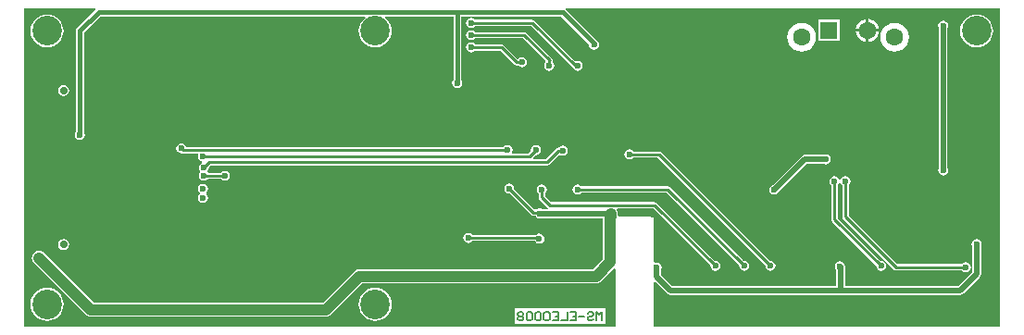
<source format=gbl>
G04*
G04 #@! TF.GenerationSoftware,Altium Limited,Altium Designer,19.0.10 (269)*
G04*
G04 Layer_Physical_Order=2*
G04 Layer_Color=16711680*
%FSLAX25Y25*%
%MOIN*%
G70*
G01*
G75*
%ADD12C,0.01968*%
%ADD16C,0.01000*%
%ADD17C,0.00591*%
%ADD57C,0.03937*%
%ADD58C,0.01575*%
%ADD60C,0.06299*%
%ADD61R,0.06299X0.06299*%
%ADD62C,0.02756*%
%ADD63C,0.10630*%
%ADD64C,0.02362*%
G36*
X352699Y1631D02*
X228346D01*
Y17732D01*
X228808Y17923D01*
X233110Y13622D01*
X233634Y13271D01*
X234252Y13149D01*
X338583D01*
X339201Y13271D01*
X339725Y13622D01*
X345630Y19527D01*
X345981Y20051D01*
X346104Y20669D01*
Y30708D01*
X346166Y30801D01*
X346304Y31496D01*
X346166Y32191D01*
X345772Y32780D01*
X345183Y33174D01*
X344488Y33312D01*
X343793Y33174D01*
X343204Y32780D01*
X342810Y32191D01*
X342672Y31496D01*
X342810Y30801D01*
X342873Y30708D01*
Y21338D01*
X337914Y16379D01*
X297151D01*
Y23279D01*
X297029Y23897D01*
X297017Y23914D01*
X296953Y24235D01*
X296560Y24824D01*
X295971Y25217D01*
X295276Y25356D01*
X294581Y25217D01*
X293991Y24824D01*
X293598Y24235D01*
X293460Y23540D01*
X293598Y22845D01*
X293921Y22361D01*
Y16379D01*
X234921D01*
X230946Y20354D01*
Y22200D01*
X231009Y22294D01*
X231147Y22988D01*
X231009Y23683D01*
X230615Y24273D01*
X230026Y24666D01*
X229331Y24804D01*
X228847Y24708D01*
X228346Y25028D01*
Y40966D01*
X227471Y40958D01*
X227002Y41271D01*
X226378Y41395D01*
X216142Y41395D01*
X215831Y41333D01*
X215784Y41341D01*
X215338Y41706D01*
Y42435D01*
X215250Y43105D01*
X214991Y43730D01*
X214874Y43882D01*
X215121Y44382D01*
X228020D01*
X248588Y23814D01*
X248550Y23622D01*
X248688Y22927D01*
X249082Y22338D01*
X249671Y21944D01*
X250366Y21806D01*
X251061Y21944D01*
X251650Y22338D01*
X252044Y22927D01*
X252182Y23622D01*
X252044Y24317D01*
X251650Y24906D01*
X251061Y25300D01*
X250366Y25438D01*
X250174Y25400D01*
X229278Y46296D01*
X228914Y46539D01*
X228485Y46625D01*
X228485Y46625D01*
X191182D01*
X189081Y48725D01*
Y49821D01*
X189244Y49929D01*
X189637Y50519D01*
X189776Y51214D01*
X189637Y51908D01*
X189244Y52498D01*
X188655Y52891D01*
X187960Y53029D01*
X187265Y52891D01*
X186676Y52498D01*
X186282Y51908D01*
X186144Y51214D01*
X186282Y50519D01*
X186676Y49929D01*
X186838Y49821D01*
Y48261D01*
X186838Y48261D01*
X186924Y47831D01*
X187167Y47468D01*
X189924Y44710D01*
X189924Y44710D01*
X190164Y44550D01*
X190017Y44050D01*
X188280D01*
X187963Y44261D01*
X187268Y44399D01*
X186574Y44261D01*
X186131Y43966D01*
X185277D01*
X177959Y51284D01*
X177997Y51475D01*
X177859Y52170D01*
X177465Y52759D01*
X176876Y53153D01*
X176181Y53291D01*
X175486Y53153D01*
X174897Y52759D01*
X174503Y52170D01*
X174365Y51475D01*
X174503Y50780D01*
X174897Y50191D01*
X175486Y49798D01*
X176181Y49659D01*
X176373Y49698D01*
X184019Y42051D01*
X184019Y42051D01*
X184383Y41808D01*
X184812Y41723D01*
X185702D01*
X185984Y41299D01*
X186574Y40906D01*
X187268Y40767D01*
X187530Y40819D01*
X209982D01*
Y26048D01*
X206407Y22472D01*
X122244D01*
X121573Y22384D01*
X120949Y22125D01*
X120412Y21714D01*
X109163Y10465D01*
X26664D01*
X8722Y28407D01*
X8185Y28818D01*
X7560Y29077D01*
X6890Y29166D01*
X6219Y29077D01*
X5594Y28818D01*
X5058Y28407D01*
X4646Y27870D01*
X4387Y27245D01*
X4299Y26575D01*
X4387Y25904D01*
X4646Y25280D01*
X5058Y24743D01*
X23759Y6042D01*
X24295Y5630D01*
X24920Y5372D01*
X25591Y5283D01*
X110236D01*
X110907Y5372D01*
X111531Y5630D01*
X112068Y6042D01*
X123317Y17291D01*
X207480D01*
X208151Y17379D01*
X208776Y17638D01*
X209312Y18050D01*
X214010Y22748D01*
X214510Y22541D01*
X214510Y1631D01*
X1631D01*
Y116479D01*
X27217D01*
X27369Y115979D01*
X27356Y115970D01*
X20653Y109268D01*
X20347Y108809D01*
X20239Y108268D01*
Y71955D01*
X19976Y71561D01*
X19838Y70866D01*
X19976Y70171D01*
X20369Y69582D01*
X20959Y69188D01*
X21654Y69050D01*
X22348Y69188D01*
X22938Y69582D01*
X23331Y70171D01*
X23470Y70866D01*
X23331Y71561D01*
X23068Y71955D01*
Y107682D01*
X28942Y113556D01*
X124284D01*
X124463Y113056D01*
X123750Y112470D01*
X123011Y111570D01*
X122462Y110542D01*
X122123Y109427D01*
X122009Y108268D01*
X122123Y107108D01*
X122462Y105993D01*
X123011Y104966D01*
X123750Y104065D01*
X124651Y103326D01*
X125678Y102777D01*
X126793Y102438D01*
X127953Y102324D01*
X129112Y102438D01*
X130227Y102777D01*
X131255Y103326D01*
X132156Y104065D01*
X132895Y104966D01*
X133444Y105993D01*
X133782Y107108D01*
X133896Y108268D01*
X133782Y109427D01*
X133444Y110542D01*
X132895Y111570D01*
X132156Y112470D01*
X131443Y113056D01*
X131622Y113556D01*
X156066D01*
Y90656D01*
X155803Y90262D01*
X155664Y89567D01*
X155803Y88872D01*
X156196Y88283D01*
X156785Y87889D01*
X157480Y87751D01*
X158175Y87889D01*
X158764Y88283D01*
X159158Y88872D01*
X159296Y89567D01*
X159158Y90262D01*
X158895Y90656D01*
Y113556D01*
X194852D01*
X204907Y103500D01*
X204877Y103347D01*
X205015Y102652D01*
X205409Y102062D01*
X205998Y101669D01*
X206693Y101531D01*
X207388Y101669D01*
X207977Y102062D01*
X208371Y102652D01*
X208509Y103347D01*
X208371Y104041D01*
X207977Y104631D01*
X207388Y105024D01*
X207383Y105025D01*
X196438Y115970D01*
X196425Y115979D01*
X196577Y116479D01*
X352699D01*
Y1631D01*
D02*
G37*
%LPC*%
G36*
X305618Y112664D02*
Y109044D01*
X309238D01*
X309161Y109627D01*
X308743Y110637D01*
X308078Y111504D01*
X307211Y112169D01*
X306201Y112587D01*
X305618Y112664D01*
D02*
G37*
G36*
X304618D02*
X304035Y112587D01*
X303025Y112169D01*
X302159Y111504D01*
X301493Y110637D01*
X301075Y109627D01*
X300998Y109044D01*
X304618D01*
Y112664D01*
D02*
G37*
G36*
X295088Y112294D02*
X287589D01*
Y104795D01*
X295088D01*
Y112294D01*
D02*
G37*
G36*
X309238Y108044D02*
X305618D01*
Y104425D01*
X306201Y104501D01*
X307211Y104919D01*
X308078Y105585D01*
X308743Y106451D01*
X309161Y107461D01*
X309238Y108044D01*
D02*
G37*
G36*
X304618D02*
X300998D01*
X301075Y107461D01*
X301493Y106451D01*
X302159Y105585D01*
X303025Y104919D01*
X304035Y104501D01*
X304618Y104425D01*
Y108044D01*
D02*
G37*
G36*
X344488Y114211D02*
X343329Y114097D01*
X342214Y113759D01*
X341186Y113210D01*
X340285Y112470D01*
X339546Y111570D01*
X338997Y110542D01*
X338659Y109427D01*
X338545Y108268D01*
X338659Y107108D01*
X338997Y105993D01*
X339546Y104966D01*
X340285Y104065D01*
X341186Y103326D01*
X342214Y102777D01*
X343329Y102438D01*
X344488Y102324D01*
X345648Y102438D01*
X346763Y102777D01*
X347790Y103326D01*
X348691Y104065D01*
X349430Y104966D01*
X349979Y105993D01*
X350318Y107108D01*
X350432Y108268D01*
X350318Y109427D01*
X349979Y110542D01*
X349430Y111570D01*
X348691Y112470D01*
X347790Y113210D01*
X346763Y113759D01*
X345648Y114097D01*
X344488Y114211D01*
D02*
G37*
G36*
X9843Y114211D02*
X8683Y114097D01*
X7568Y113759D01*
X6540Y113210D01*
X5640Y112470D01*
X4901Y111570D01*
X4351Y110542D01*
X4013Y109427D01*
X3899Y108268D01*
X4013Y107108D01*
X4351Y105993D01*
X4901Y104966D01*
X5640Y104065D01*
X6540Y103326D01*
X7568Y102777D01*
X8683Y102438D01*
X9843Y102324D01*
X11002Y102438D01*
X12117Y102777D01*
X13145Y103326D01*
X14045Y104065D01*
X14784Y104966D01*
X15334Y105993D01*
X15672Y107108D01*
X15786Y108268D01*
X15672Y109427D01*
X15334Y110542D01*
X14784Y111570D01*
X14045Y112470D01*
X13145Y113210D01*
X12117Y113759D01*
X11002Y114097D01*
X9843Y114211D01*
D02*
G37*
G36*
X314961Y111236D02*
X313622Y111059D01*
X312375Y110543D01*
X311304Y109721D01*
X310482Y108650D01*
X309965Y107402D01*
X309789Y106064D01*
X309965Y104725D01*
X310482Y103478D01*
X311304Y102407D01*
X312375Y101585D01*
X313622Y101068D01*
X314961Y100892D01*
X316299Y101068D01*
X317547Y101585D01*
X318618Y102407D01*
X319440Y103478D01*
X319956Y104725D01*
X320132Y106064D01*
X319956Y107402D01*
X319440Y108650D01*
X318618Y109721D01*
X317547Y110543D01*
X316299Y111059D01*
X314961Y111236D01*
D02*
G37*
G36*
X281496D02*
X280157Y111059D01*
X278910Y110543D01*
X277839Y109721D01*
X277017Y108650D01*
X276501Y107402D01*
X276324Y106064D01*
X276501Y104725D01*
X277017Y103478D01*
X277839Y102407D01*
X278910Y101585D01*
X280157Y101068D01*
X281496Y100892D01*
X282835Y101068D01*
X284082Y101585D01*
X285153Y102407D01*
X285975Y103478D01*
X286492Y104725D01*
X286668Y106064D01*
X286492Y107402D01*
X285975Y108650D01*
X285153Y109721D01*
X284082Y110543D01*
X282835Y111059D01*
X281496Y111236D01*
D02*
G37*
G36*
X162402Y104178D02*
X161707Y104040D01*
X161117Y103646D01*
X160724Y103057D01*
X160586Y102362D01*
X160724Y101667D01*
X161117Y101078D01*
X161707Y100684D01*
X162402Y100546D01*
X163096Y100684D01*
X163686Y101078D01*
X163794Y101241D01*
X173071D01*
X178111Y96201D01*
X178111Y96201D01*
X178475Y95957D01*
X178904Y95872D01*
X178904Y95872D01*
X179327D01*
X179436Y95710D01*
X180025Y95316D01*
X180720Y95178D01*
X181415Y95316D01*
X182004Y95710D01*
X182397Y96299D01*
X182536Y96994D01*
X182397Y97689D01*
X182004Y98278D01*
X181415Y98671D01*
X180720Y98810D01*
X180025Y98671D01*
X179436Y98278D01*
X179226Y98257D01*
X174328Y103155D01*
X173964Y103398D01*
X173535Y103484D01*
X173535Y103484D01*
X163794D01*
X163686Y103646D01*
X163096Y104040D01*
X162402Y104178D01*
D02*
G37*
G36*
Y113037D02*
X161707Y112898D01*
X161117Y112505D01*
X160724Y111915D01*
X160586Y111221D01*
X160724Y110526D01*
X161117Y109936D01*
X161707Y109543D01*
X162402Y109405D01*
X163096Y109543D01*
X163686Y109936D01*
X163794Y110099D01*
X184016D01*
X199102Y95012D01*
X199110Y94974D01*
X199503Y94385D01*
X200093Y93991D01*
X200787Y93853D01*
X201482Y93991D01*
X202071Y94385D01*
X202465Y94974D01*
X202603Y95669D01*
X202465Y96364D01*
X202071Y96953D01*
X201482Y97347D01*
X200787Y97485D01*
X200093Y97347D01*
X200001Y97286D01*
X185273Y112013D01*
X184909Y112257D01*
X184480Y112342D01*
X184480Y112342D01*
X163794D01*
X163686Y112505D01*
X163096Y112898D01*
X162402Y113037D01*
D02*
G37*
G36*
Y108588D02*
X161707Y108449D01*
X161117Y108056D01*
X160724Y107467D01*
X160586Y106772D01*
X160724Y106077D01*
X161117Y105488D01*
X161707Y105094D01*
X162402Y104956D01*
X163096Y105094D01*
X163686Y105488D01*
X163794Y105650D01*
X181158D01*
X189301Y97507D01*
X189267Y96953D01*
X188873Y96364D01*
X188735Y95669D01*
X188873Y94974D01*
X189267Y94385D01*
X189856Y93991D01*
X190551Y93853D01*
X191246Y93991D01*
X191835Y94385D01*
X192229Y94974D01*
X192367Y95669D01*
X192229Y96364D01*
X191835Y96953D01*
X191672Y97062D01*
Y97120D01*
X191756Y97245D01*
X191841Y97674D01*
X191756Y98103D01*
X191513Y98467D01*
X182415Y107565D01*
X182051Y107808D01*
X181622Y107893D01*
X181622Y107893D01*
X163794D01*
X163686Y108056D01*
X163096Y108449D01*
X162402Y108588D01*
D02*
G37*
G36*
X15748Y88828D02*
X14976Y88674D01*
X14322Y88237D01*
X13885Y87583D01*
X13731Y86811D01*
X13885Y86039D01*
X14322Y85385D01*
X14976Y84948D01*
X15748Y84794D01*
X16520Y84948D01*
X17174Y85385D01*
X17611Y86039D01*
X17765Y86811D01*
X17611Y87583D01*
X17174Y88237D01*
X16520Y88674D01*
X15748Y88828D01*
D02*
G37*
G36*
X58071Y67761D02*
X57376Y67623D01*
X56787Y67229D01*
X56393Y66640D01*
X56255Y65945D01*
X56393Y65250D01*
X56787Y64661D01*
X57376Y64267D01*
X58071Y64129D01*
X58627Y64240D01*
X58662Y64233D01*
X58662Y64233D01*
X64101D01*
X64337Y63792D01*
X64267Y63687D01*
X64129Y62992D01*
X64267Y62297D01*
X64661Y61708D01*
X65250Y61314D01*
X65521Y61260D01*
X65589Y60917D01*
X65574Y60740D01*
X65030Y60377D01*
X64636Y59787D01*
X64498Y59092D01*
X64636Y58398D01*
X64947Y57932D01*
X64998Y57597D01*
X64947Y57262D01*
X64636Y56797D01*
X64498Y56102D01*
X64636Y55407D01*
X65030Y54818D01*
X65619Y54425D01*
X66314Y54286D01*
X67009Y54425D01*
X67598Y54818D01*
X67707Y54981D01*
X72426D01*
X72535Y54818D01*
X73124Y54425D01*
X73819Y54286D01*
X74514Y54425D01*
X75103Y54818D01*
X75497Y55407D01*
X75635Y56102D01*
X75497Y56797D01*
X75103Y57386D01*
X74514Y57780D01*
X73819Y57918D01*
X73124Y57780D01*
X72535Y57386D01*
X72426Y57224D01*
X67944D01*
X67645Y57699D01*
X67681Y57932D01*
X67992Y58398D01*
X68130Y59092D01*
X68092Y59284D01*
X68726Y59918D01*
X189830D01*
X189830Y59918D01*
X190260Y60004D01*
X190623Y60247D01*
X194244Y63867D01*
X194833Y63473D01*
X195528Y63335D01*
X196223Y63473D01*
X196812Y63867D01*
X197206Y64456D01*
X197344Y65151D01*
X197206Y65846D01*
X196812Y66435D01*
X196223Y66829D01*
X195528Y66967D01*
X194833Y66829D01*
X194244Y66435D01*
X194135Y66273D01*
X193942D01*
X193942Y66273D01*
X193513Y66187D01*
X193149Y65944D01*
X193149Y65944D01*
X189366Y62161D01*
X184927D01*
X184720Y62661D01*
X185635Y63576D01*
X185826Y63538D01*
X186521Y63676D01*
X187110Y64070D01*
X187504Y64659D01*
X187642Y65354D01*
X187504Y66049D01*
X187110Y66638D01*
X186521Y67032D01*
X185826Y67170D01*
X185131Y67032D01*
X184542Y66638D01*
X184149Y66049D01*
X184010Y65354D01*
X184049Y65162D01*
X183000Y64114D01*
X177434D01*
X177198Y64555D01*
X177268Y64659D01*
X177406Y65354D01*
X177268Y66049D01*
X176874Y66638D01*
X176285Y67032D01*
X175590Y67170D01*
X174895Y67032D01*
X174306Y66638D01*
X174197Y66476D01*
X59781D01*
X59749Y66640D01*
X59355Y67229D01*
X58766Y67623D01*
X58071Y67761D01*
D02*
G37*
G36*
X290158Y63871D02*
X289462Y63733D01*
X289369Y63670D01*
X282584D01*
X281966Y63547D01*
X281442Y63197D01*
X271069Y52824D01*
X270959Y52802D01*
X270369Y52408D01*
X269976Y51819D01*
X269838Y51124D01*
X269976Y50429D01*
X270369Y49840D01*
X270959Y49446D01*
X271654Y49308D01*
X272348Y49446D01*
X272938Y49840D01*
X273331Y50429D01*
X273353Y50540D01*
X283254Y60440D01*
X289369D01*
X289462Y60377D01*
X290158Y60239D01*
X290852Y60377D01*
X291442Y60771D01*
X291835Y61360D01*
X291973Y62055D01*
X291835Y62750D01*
X291442Y63339D01*
X290852Y63733D01*
X290158Y63871D01*
D02*
G37*
G36*
X332382Y112052D02*
X331687Y111914D01*
X331098Y111520D01*
X330704Y110931D01*
X330566Y110236D01*
X330704Y109541D01*
X330767Y109448D01*
Y58859D01*
X330704Y58766D01*
X330566Y58071D01*
X330704Y57376D01*
X331098Y56787D01*
X331687Y56393D01*
X332382Y56255D01*
X333077Y56393D01*
X333666Y56787D01*
X334060Y57376D01*
X334198Y58071D01*
X334060Y58766D01*
X333997Y58859D01*
Y109448D01*
X334060Y109541D01*
X334198Y110236D01*
X334060Y110931D01*
X333666Y111520D01*
X333077Y111914D01*
X332382Y112052D01*
D02*
G37*
G36*
X297244Y55950D02*
X296549Y55812D01*
X295960Y55418D01*
X295566Y54829D01*
X295531Y54649D01*
X295021D01*
X294985Y54829D01*
X294591Y55418D01*
X294002Y55812D01*
X293307Y55950D01*
X292612Y55812D01*
X292023Y55418D01*
X291629Y54829D01*
X291491Y54134D01*
X291629Y53439D01*
X292023Y52850D01*
X292185Y52741D01*
Y40354D01*
X292185Y40354D01*
X292271Y39925D01*
X292514Y39561D01*
X308261Y23814D01*
X308223Y23622D01*
X308362Y22927D01*
X308755Y22338D01*
X309344Y21944D01*
X310039Y21806D01*
X310734Y21944D01*
X311323Y22338D01*
X311717Y22927D01*
X311855Y23622D01*
X311717Y24317D01*
X311323Y24906D01*
X310734Y25300D01*
X310039Y25438D01*
X309848Y25400D01*
X294429Y40819D01*
Y52741D01*
X294591Y52850D01*
X294985Y53439D01*
X295021Y53619D01*
X295531D01*
X295566Y53439D01*
X295960Y52850D01*
X296123Y52741D01*
Y41339D01*
X296123Y41339D01*
X296208Y40909D01*
X296451Y40545D01*
X314604Y22392D01*
X314968Y22149D01*
X315397Y22064D01*
X315397Y22064D01*
X339159D01*
X339267Y21901D01*
X339856Y21508D01*
X340551Y21369D01*
X341246Y21508D01*
X341835Y21901D01*
X342229Y22490D01*
X342367Y23185D01*
X342229Y23880D01*
X341835Y24469D01*
X341246Y24863D01*
X340551Y25001D01*
X339856Y24863D01*
X339267Y24469D01*
X339159Y24307D01*
X315862D01*
X298366Y41803D01*
Y52741D01*
X298528Y52850D01*
X298922Y53439D01*
X299060Y54134D01*
X298922Y54829D01*
X298528Y55418D01*
X297939Y55812D01*
X297244Y55950D01*
D02*
G37*
G36*
X65875Y53201D02*
X65180Y53063D01*
X64591Y52669D01*
X64198Y52080D01*
X64059Y51385D01*
X64198Y50690D01*
X64591Y50101D01*
X64692Y50033D01*
Y49630D01*
X64633Y49471D01*
X64267Y48923D01*
X64129Y48228D01*
X64267Y47533D01*
X64661Y46944D01*
X65250Y46551D01*
X65945Y46412D01*
X66640Y46551D01*
X67229Y46944D01*
X67623Y47533D01*
X67761Y48228D01*
X67623Y48923D01*
X67229Y49512D01*
X67128Y49580D01*
Y49983D01*
X67187Y50142D01*
X67553Y50690D01*
X67691Y51385D01*
X67553Y52080D01*
X67159Y52669D01*
X66570Y53063D01*
X65875Y53201D01*
D02*
G37*
G36*
X161417Y35477D02*
X160722Y35339D01*
X160133Y34945D01*
X159740Y34356D01*
X159601Y33661D01*
X159740Y32967D01*
X160133Y32377D01*
X160722Y31984D01*
X161417Y31845D01*
X162112Y31984D01*
X162701Y32377D01*
X162887Y32656D01*
X185406D01*
X185724Y32181D01*
X186313Y31787D01*
X187008Y31649D01*
X187703Y31787D01*
X188292Y32181D01*
X188686Y32770D01*
X188824Y33465D01*
X188686Y34159D01*
X188292Y34749D01*
X187703Y35142D01*
X187008Y35281D01*
X186313Y35142D01*
X185948Y34899D01*
X162733D01*
X162701Y34945D01*
X162112Y35339D01*
X161417Y35477D01*
D02*
G37*
G36*
X15748Y33316D02*
X14976Y33162D01*
X14322Y32725D01*
X13885Y32071D01*
X13731Y31299D01*
X13885Y30527D01*
X14322Y29873D01*
X14976Y29436D01*
X15748Y29283D01*
X16520Y29436D01*
X17174Y29873D01*
X17611Y30527D01*
X17765Y31299D01*
X17611Y32071D01*
X17174Y32725D01*
X16520Y33162D01*
X15748Y33316D01*
D02*
G37*
G36*
X219488Y65615D02*
X218793Y65477D01*
X218204Y65083D01*
X217810Y64494D01*
X217672Y63799D01*
X217810Y63104D01*
X218204Y62515D01*
X218793Y62121D01*
X219488Y61983D01*
X220183Y62121D01*
X220772Y62515D01*
X220881Y62678D01*
X229670D01*
X268533Y23814D01*
X268495Y23622D01*
X268634Y22927D01*
X269027Y22338D01*
X269616Y21944D01*
X270311Y21806D01*
X271006Y21944D01*
X271595Y22338D01*
X271989Y22927D01*
X272127Y23622D01*
X271989Y24317D01*
X271595Y24906D01*
X271006Y25300D01*
X270311Y25438D01*
X270120Y25400D01*
X230927Y64592D01*
X230563Y64835D01*
X230134Y64921D01*
X230134Y64921D01*
X220881D01*
X220772Y65083D01*
X220183Y65477D01*
X219488Y65615D01*
D02*
G37*
G36*
X200720Y52997D02*
X200025Y52859D01*
X199436Y52465D01*
X199042Y51876D01*
X198904Y51181D01*
X199042Y50486D01*
X199436Y49897D01*
X200025Y49503D01*
X200720Y49365D01*
X201415Y49503D01*
X202004Y49897D01*
X202113Y50060D01*
X232803D01*
X259049Y23814D01*
X259011Y23622D01*
X259149Y22927D01*
X259543Y22338D01*
X260132Y21944D01*
X260827Y21806D01*
X261522Y21944D01*
X262111Y22338D01*
X262505Y22927D01*
X262643Y23622D01*
X262505Y24317D01*
X262111Y24906D01*
X261522Y25300D01*
X260827Y25438D01*
X260635Y25400D01*
X234061Y51974D01*
X233697Y52217D01*
X233268Y52303D01*
X233268Y52303D01*
X202113D01*
X202004Y52465D01*
X201415Y52859D01*
X200720Y52997D01*
D02*
G37*
G36*
X127953Y15786D02*
X126793Y15672D01*
X125678Y15334D01*
X124651Y14784D01*
X123750Y14045D01*
X123011Y13145D01*
X122462Y12117D01*
X122123Y11002D01*
X122009Y9843D01*
X122123Y8683D01*
X122462Y7568D01*
X123011Y6540D01*
X123750Y5640D01*
X124651Y4901D01*
X125678Y4351D01*
X126793Y4013D01*
X127953Y3899D01*
X129112Y4013D01*
X130227Y4351D01*
X131255Y4901D01*
X132156Y5640D01*
X132895Y6540D01*
X133444Y7568D01*
X133782Y8683D01*
X133896Y9843D01*
X133782Y11002D01*
X133444Y12117D01*
X132895Y13145D01*
X132156Y14045D01*
X131255Y14784D01*
X130227Y15334D01*
X129112Y15672D01*
X127953Y15786D01*
D02*
G37*
G36*
X9843D02*
X8683Y15672D01*
X7568Y15334D01*
X6540Y14784D01*
X5640Y14045D01*
X4901Y13145D01*
X4351Y12117D01*
X4013Y11002D01*
X3899Y9843D01*
X4013Y8683D01*
X4351Y7568D01*
X4901Y6540D01*
X5640Y5640D01*
X6540Y4901D01*
X7568Y4351D01*
X8683Y4013D01*
X9843Y3899D01*
X11002Y4013D01*
X12117Y4351D01*
X13145Y4901D01*
X14045Y5640D01*
X14784Y6540D01*
X15334Y7568D01*
X15672Y8683D01*
X15786Y9843D01*
X15672Y11002D01*
X15334Y12117D01*
X14784Y13145D01*
X14045Y14045D01*
X13145Y14784D01*
X12117Y15334D01*
X11002Y15672D01*
X9843Y15786D01*
D02*
G37*
G36*
X210836Y8276D02*
X178019D01*
Y2747D01*
X210836D01*
Y8276D01*
D02*
G37*
%LPD*%
D12*
X282584Y62055D02*
X290158D01*
X271654Y51124D02*
X282584Y62055D01*
X187417Y42435D02*
X212747D01*
X332382Y58071D02*
Y110236D01*
X234252Y14764D02*
X295536D01*
X229331Y19685D02*
X234252Y14764D01*
X229331Y19685D02*
Y22988D01*
X295536Y14764D02*
X338583D01*
X295536D02*
Y23279D01*
X338583Y14764D02*
X344488Y20669D01*
Y31496D01*
X295276Y23540D02*
X295536Y23279D01*
D16*
X184480Y111221D02*
X200031Y95669D01*
X200787D01*
X190551D02*
Y97505D01*
X190720Y97674D01*
X181622Y106772D02*
X190720Y97674D01*
X178904Y96994D02*
X180720D01*
X173535Y102362D02*
X178904Y96994D01*
X58662Y65354D02*
X175590D01*
X58071Y65945D02*
X58662Y65354D01*
X183464Y62992D02*
X185826Y65354D01*
X65945Y62992D02*
X183464D01*
X193942Y65151D02*
X195528D01*
X189830Y61040D02*
X193942Y65151D01*
X68261Y61040D02*
X189830D01*
X66314Y59092D02*
X68261Y61040D01*
X176181Y51124D02*
X176532D01*
X184812Y42844D01*
X187268Y42584D02*
X187417Y42435D01*
X186639Y33465D02*
X187008D01*
X161533Y33777D02*
X186327D01*
X187008Y42844D02*
X187268Y42584D01*
X184812Y42844D02*
X187008D01*
X161417Y33661D02*
X161533Y33777D01*
X186327D02*
X186639Y33465D01*
X228485Y45503D02*
X250366Y23622D01*
X190717Y45503D02*
X228485D01*
X66314Y56102D02*
X73819D01*
X315397Y23185D02*
X340551D01*
X297244Y41339D02*
X315397Y23185D01*
X297244Y41339D02*
Y54134D01*
X293307Y40354D02*
Y54134D01*
X162402Y106772D02*
X181622D01*
X230134Y63799D02*
X270311Y23622D01*
X219488Y63799D02*
X230134D01*
X162402Y102362D02*
X173535D01*
X187960Y48261D02*
X190717Y45503D01*
X187960Y48261D02*
Y51214D01*
X162402Y111221D02*
X184480D01*
X233268Y51181D02*
X260827Y23622D01*
X200720Y51181D02*
X233268D01*
X293307Y40354D02*
X310039Y23622D01*
D17*
X209646Y3937D02*
Y7086D01*
X208596Y6036D01*
X207547Y7086D01*
Y3937D01*
X204398Y6561D02*
X204923Y7086D01*
X205972D01*
X206497Y6561D01*
Y6036D01*
X205972Y5511D01*
X204923D01*
X204398Y4986D01*
Y4462D01*
X204923Y3937D01*
X205972D01*
X206497Y4462D01*
X203348Y5511D02*
X201249D01*
X198101Y7086D02*
X200200D01*
Y3937D01*
X198101D01*
X200200Y5511D02*
X199150D01*
X197051Y7086D02*
Y3937D01*
X194952D01*
X191804Y7086D02*
X193903D01*
Y3937D01*
X191804D01*
X193903Y5511D02*
X192853D01*
X190754Y6561D02*
X190229Y7086D01*
X189180D01*
X188655Y6561D01*
Y4462D01*
X189180Y3937D01*
X190229D01*
X190754Y4462D01*
Y6561D01*
X187606D02*
X187081Y7086D01*
X186031D01*
X185506Y6561D01*
Y4462D01*
X186031Y3937D01*
X187081D01*
X187606Y4462D01*
Y6561D01*
X184457D02*
X183932Y7086D01*
X182883D01*
X182358Y6561D01*
Y4462D01*
X182883Y3937D01*
X183932D01*
X184457Y4462D01*
Y6561D01*
X181308D02*
X180784Y7086D01*
X179734D01*
X179209Y6561D01*
Y6036D01*
X179734Y5511D01*
X179209Y4986D01*
Y4462D01*
X179734Y3937D01*
X180784D01*
X181308Y4462D01*
Y4986D01*
X180784Y5511D01*
X181308Y6036D01*
Y6561D01*
X180784Y5511D02*
X179734D01*
D57*
X122244Y19882D02*
X207480D01*
X110236Y7874D02*
X122244Y19882D01*
X207480D02*
X212573Y24975D01*
X25591Y7874D02*
X110236D01*
X6890Y26575D02*
X25591Y7874D01*
X212573Y24975D02*
Y41242D01*
X212747Y41416D01*
Y42435D01*
D58*
X157480Y114970D02*
X195438D01*
X157480Y89567D02*
Y114970D01*
X195438D02*
X206693Y103715D01*
X28356Y114970D02*
X157480D01*
X21654Y108268D02*
X28356Y114970D01*
X21654Y70866D02*
Y108268D01*
D60*
X314961Y106064D02*
D03*
X281496D02*
D03*
X305118Y108544D02*
D03*
D61*
X291339D02*
D03*
D62*
X15748Y31299D02*
D03*
Y86811D02*
D03*
D63*
X9843Y9843D02*
D03*
X127953D02*
D03*
Y108268D02*
D03*
X9843D02*
D03*
X344488Y108268D02*
D03*
D64*
X200787Y95669D02*
D03*
X190551D02*
D03*
X180720Y96994D02*
D03*
X175590Y65354D02*
D03*
X185826D02*
D03*
X195528Y65151D02*
D03*
X176181Y51475D02*
D03*
X290158Y62055D02*
D03*
X30709Y15354D02*
D03*
X248031Y32283D02*
D03*
X233268Y37451D02*
D03*
X270669Y28299D02*
D03*
X314961Y33039D02*
D03*
X324680Y40354D02*
D03*
X342618Y50922D02*
D03*
X251969Y27559D02*
D03*
X259842Y29528D02*
D03*
X271654Y51124D02*
D03*
X261811Y39764D02*
D03*
X225394Y54649D02*
D03*
X235236Y44291D02*
D03*
X161811Y37795D02*
D03*
X189370D02*
D03*
X187008Y33465D02*
D03*
X327165Y92913D02*
D03*
X313386Y65354D02*
D03*
X299606Y92913D02*
D03*
X272047D02*
D03*
X244488D02*
D03*
X216929D02*
D03*
X203150Y65354D02*
D03*
Y10236D02*
D03*
X175591D02*
D03*
X148031D02*
D03*
X134252Y37795D02*
D03*
X120473Y10236D02*
D03*
X106693Y92913D02*
D03*
Y37795D02*
D03*
X79134Y92913D02*
D03*
Y37795D02*
D03*
X51575Y92913D02*
D03*
X37795Y65354D02*
D03*
X6890Y26575D02*
D03*
X21654Y35433D02*
D03*
Y41079D02*
D03*
X34449Y76772D02*
D03*
Y82677D02*
D03*
X179528Y41079D02*
D03*
X200720Y66929D02*
D03*
X58071Y65945D02*
D03*
X65945Y62992D02*
D03*
X66314Y59092D02*
D03*
Y56102D02*
D03*
X65875Y51385D02*
D03*
X65945Y48228D02*
D03*
X332382Y110236D02*
D03*
X256053Y108268D02*
D03*
X180720Y104448D02*
D03*
X219488Y63799D02*
D03*
X163386Y79724D02*
D03*
X162402Y102362D02*
D03*
X73819Y56102D02*
D03*
X162402Y111221D02*
D03*
X69595Y68898D02*
D03*
X162402Y106772D02*
D03*
X157480Y89567D02*
D03*
X21654Y70866D02*
D03*
X212747Y42435D02*
D03*
X161417Y33661D02*
D03*
X249016Y108268D02*
D03*
X62295Y68898D02*
D03*
X257835Y54134D02*
D03*
X290394Y23622D02*
D03*
X300197Y23540D02*
D03*
X350394Y23622D02*
D03*
X325570Y32480D02*
D03*
X4921Y90551D02*
D03*
X214567Y76772D02*
D03*
X193280Y51181D02*
D03*
X187960Y51214D02*
D03*
X169783Y51475D02*
D03*
X181468D02*
D03*
X53937Y31890D02*
D03*
Y38189D02*
D03*
X44291Y18701D02*
D03*
X245079Y32677D02*
D03*
X332382Y58071D02*
D03*
X206693Y103347D02*
D03*
X187268Y42584D02*
D03*
X344488Y31496D02*
D03*
X295276Y23540D02*
D03*
X229331Y22988D02*
D03*
X297244Y54134D02*
D03*
X293307D02*
D03*
X200720Y51181D02*
D03*
X340551Y23185D02*
D03*
X310039Y23622D02*
D03*
X270311D02*
D03*
X260827D02*
D03*
X250366Y23622D02*
D03*
M02*

</source>
